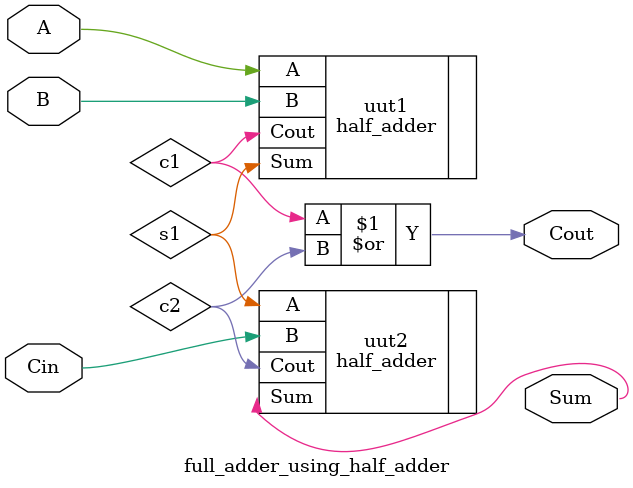
<source format=v>
module full_adder_using_half_adder(
    input A, B, Cin, 
    output Sum, Cout
);
    wire s1, c1, c2;
    half_adder uut1(.A(A), .B(B), .Sum(s1), .Cout(c1));
    half_adder uut2(.A(s1), .B(Cin), .Sum(Sum), .Cout(c2));
    or uut3(Cout, c1, c2);
endmodule
</source>
